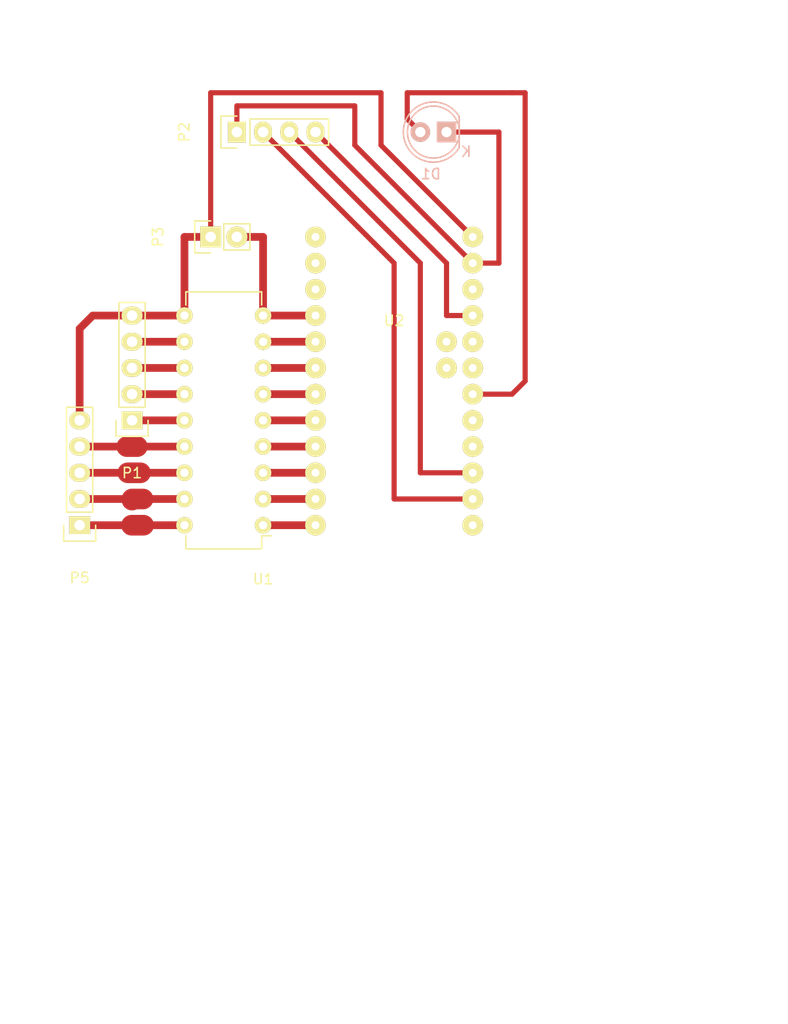
<source format=kicad_pcb>
(kicad_pcb (version 4) (host pcbnew 4.0.2+dfsg1-stable)

  (general
    (links 28)
    (no_connects 0)
    (area 0 0 0 0)
    (thickness 1.6)
    (drawings 10)
    (tracks 65)
    (zones 0)
    (modules 7)
    (nets 35)
  )

  (page A4)
  (layers
    (0 F.Cu signal)
    (31 B.Cu signal)
    (32 B.Adhes user)
    (33 F.Adhes user)
    (34 B.Paste user)
    (35 F.Paste user)
    (36 B.SilkS user)
    (37 F.SilkS user)
    (38 B.Mask user)
    (39 F.Mask user)
    (40 Dwgs.User user)
    (41 Cmts.User user)
    (42 Eco1.User user)
    (43 Eco2.User user)
    (44 Edge.Cuts user)
    (45 Margin user)
    (46 B.CrtYd user)
    (47 F.CrtYd user)
    (48 B.Fab user)
    (49 F.Fab user)
  )

  (setup
    (last_trace_width 0.5)
    (user_trace_width 0.5)
    (user_trace_width 2)
    (trace_clearance 0.2)
    (zone_clearance 0.508)
    (zone_45_only no)
    (trace_min 0.1)
    (segment_width 0.2)
    (edge_width 0.15)
    (via_size 0.6)
    (via_drill 0.4)
    (via_min_size 0.4)
    (via_min_drill 0.3)
    (uvia_size 0.3)
    (uvia_drill 0.1)
    (uvias_allowed no)
    (uvia_min_size 0.2)
    (uvia_min_drill 0.1)
    (pcb_text_width 0.3)
    (pcb_text_size 1.5 1.5)
    (mod_edge_width 0.15)
    (mod_text_size 1 1)
    (mod_text_width 0.15)
    (pad_size 1.524 1.524)
    (pad_drill 0.762)
    (pad_to_mask_clearance 0.2)
    (aux_axis_origin 0 0)
    (visible_elements FFFFFF7F)
    (pcbplotparams
      (layerselection 0x00000_00000001)
      (usegerberextensions false)
      (excludeedgelayer true)
      (linewidth 0.100000)
      (plotframeref false)
      (viasonmask false)
      (mode 1)
      (useauxorigin false)
      (hpglpennumber 1)
      (hpglpenspeed 20)
      (hpglpendiameter 15)
      (hpglpenoverlay 2)
      (psnegative false)
      (psa4output false)
      (plotreference true)
      (plotvalue true)
      (plotinvisibletext false)
      (padsonsilk false)
      (subtractmaskfromsilk false)
      (outputformat 1)
      (mirror false)
      (drillshape 0)
      (scaleselection 1)
      (outputdirectory ""))
  )

  (net 0 "")
  (net 1 "Net-(P1-Pad1)")
  (net 2 "Net-(P1-Pad2)")
  (net 3 "Net-(P1-Pad3)")
  (net 4 "Net-(P1-Pad4)")
  (net 5 "Net-(P3-Pad2)")
  (net 6 "Net-(U1-Pad1)")
  (net 7 "Net-(U1-Pad2)")
  (net 8 "Net-(U1-Pad3)")
  (net 9 "Net-(U1-Pad4)")
  (net 10 "Net-(U1-Pad5)")
  (net 11 "Net-(U1-Pad6)")
  (net 12 "Net-(U1-Pad7)")
  (net 13 "Net-(U1-Pad8)")
  (net 14 "Net-(U2-Pad33)")
  (net 15 "Net-(U2-Pad9)")
  (net 16 "Net-(P2-Pad2)")
  (net 17 "Net-(P2-Pad3)")
  (net 18 "Net-(P2-Pad4)")
  (net 19 "Net-(P5-Pad4)")
  (net 20 "Net-(P5-Pad3)")
  (net 21 "Net-(P5-Pad2)")
  (net 22 "Net-(P5-Pad1)")
  (net 23 "Net-(P1-Pad5)")
  (net 24 "Net-(U2-Pad11)")
  (net 25 "Net-(U2-Pad15)")
  (net 26 "Net-(U2-Pad18)")
  (net 27 "Net-(U2-Pad22)")
  (net 28 "Net-(U2-Pad23)")
  (net 29 "Net-(U2-Pad34)")
  (net 30 "Net-(U2-Pad35)")
  (net 31 "Net-(U2-Pad12)")
  (net 32 "Net-(U2-Pad14)")
  (net 33 "Net-(D1-Pad1)")
  (net 34 "Net-(D1-Pad2)")

  (net_class Default "This is the default net class."
    (clearance 0.2)
    (trace_width 0.75)
    (via_dia 0.6)
    (via_drill 0.4)
    (uvia_dia 0.3)
    (uvia_drill 0.1)
    (add_net "Net-(D1-Pad1)")
    (add_net "Net-(D1-Pad2)")
    (add_net "Net-(P1-Pad1)")
    (add_net "Net-(P1-Pad2)")
    (add_net "Net-(P1-Pad3)")
    (add_net "Net-(P1-Pad4)")
    (add_net "Net-(P1-Pad5)")
    (add_net "Net-(P2-Pad2)")
    (add_net "Net-(P2-Pad3)")
    (add_net "Net-(P2-Pad4)")
    (add_net "Net-(P3-Pad2)")
    (add_net "Net-(P5-Pad1)")
    (add_net "Net-(P5-Pad2)")
    (add_net "Net-(P5-Pad3)")
    (add_net "Net-(P5-Pad4)")
    (add_net "Net-(U1-Pad1)")
    (add_net "Net-(U1-Pad2)")
    (add_net "Net-(U1-Pad3)")
    (add_net "Net-(U1-Pad4)")
    (add_net "Net-(U1-Pad5)")
    (add_net "Net-(U1-Pad6)")
    (add_net "Net-(U1-Pad7)")
    (add_net "Net-(U1-Pad8)")
    (add_net "Net-(U2-Pad11)")
    (add_net "Net-(U2-Pad12)")
    (add_net "Net-(U2-Pad14)")
    (add_net "Net-(U2-Pad15)")
    (add_net "Net-(U2-Pad18)")
    (add_net "Net-(U2-Pad22)")
    (add_net "Net-(U2-Pad23)")
    (add_net "Net-(U2-Pad33)")
    (add_net "Net-(U2-Pad34)")
    (add_net "Net-(U2-Pad35)")
    (add_net "Net-(U2-Pad9)")
  )

  (module Pin_Headers:Pin_Header_Straight_1x05 (layer F.Cu) (tedit 54EA0684) (tstamp 573AD41E)
    (at 119.38 78.74 180)
    (descr "Through hole pin header")
    (tags "pin header")
    (path /572B3424)
    (fp_text reference P1 (at 0 -5.1 180) (layer F.SilkS)
      (effects (font (size 1 1) (thickness 0.15)))
    )
    (fp_text value CONN_01X05 (at 0 -3.1 180) (layer F.Fab)
      (effects (font (size 1 1) (thickness 0.15)))
    )
    (fp_line (start -1.55 0) (end -1.55 -1.55) (layer F.SilkS) (width 0.15))
    (fp_line (start -1.55 -1.55) (end 1.55 -1.55) (layer F.SilkS) (width 0.15))
    (fp_line (start 1.55 -1.55) (end 1.55 0) (layer F.SilkS) (width 0.15))
    (fp_line (start -1.75 -1.75) (end -1.75 11.95) (layer F.CrtYd) (width 0.05))
    (fp_line (start 1.75 -1.75) (end 1.75 11.95) (layer F.CrtYd) (width 0.05))
    (fp_line (start -1.75 -1.75) (end 1.75 -1.75) (layer F.CrtYd) (width 0.05))
    (fp_line (start -1.75 11.95) (end 1.75 11.95) (layer F.CrtYd) (width 0.05))
    (fp_line (start 1.27 1.27) (end 1.27 11.43) (layer F.SilkS) (width 0.15))
    (fp_line (start 1.27 11.43) (end -1.27 11.43) (layer F.SilkS) (width 0.15))
    (fp_line (start -1.27 11.43) (end -1.27 1.27) (layer F.SilkS) (width 0.15))
    (fp_line (start 1.27 1.27) (end -1.27 1.27) (layer F.SilkS) (width 0.15))
    (pad 1 thru_hole rect (at 0 0 180) (size 2.032 1.7272) (drill 1.016) (layers *.Cu *.Mask F.SilkS)
      (net 1 "Net-(P1-Pad1)"))
    (pad 2 thru_hole oval (at 0 2.54 180) (size 2.032 1.7272) (drill 1.016) (layers *.Cu *.Mask F.SilkS)
      (net 2 "Net-(P1-Pad2)"))
    (pad 3 thru_hole oval (at 0 5.08 180) (size 2.032 1.7272) (drill 1.016) (layers *.Cu *.Mask F.SilkS)
      (net 3 "Net-(P1-Pad3)"))
    (pad 4 thru_hole oval (at 0 7.62 180) (size 2.032 1.7272) (drill 1.016) (layers *.Cu *.Mask F.SilkS)
      (net 4 "Net-(P1-Pad4)"))
    (pad 5 thru_hole oval (at 0 10.16 180) (size 2.032 1.7272) (drill 1.016) (layers *.Cu *.Mask F.SilkS)
      (net 23 "Net-(P1-Pad5)"))
    (model Pin_Headers.3dshapes/Pin_Header_Straight_1x05.wrl
      (at (xyz 0 -0.2 0))
      (scale (xyz 1 1 1))
      (rotate (xyz 0 0 90))
    )
  )

  (module Pin_Headers:Pin_Header_Straight_1x04 (layer F.Cu) (tedit 0) (tstamp 573AD426)
    (at 129.54 50.8 90)
    (descr "Through hole pin header")
    (tags "pin header")
    (path /57121D04)
    (fp_text reference P2 (at 0 -5.1 90) (layer F.SilkS)
      (effects (font (size 1 1) (thickness 0.15)))
    )
    (fp_text value CONN_01X04 (at 0 -3.1 90) (layer F.Fab)
      (effects (font (size 1 1) (thickness 0.15)))
    )
    (fp_line (start -1.75 -1.75) (end -1.75 9.4) (layer F.CrtYd) (width 0.05))
    (fp_line (start 1.75 -1.75) (end 1.75 9.4) (layer F.CrtYd) (width 0.05))
    (fp_line (start -1.75 -1.75) (end 1.75 -1.75) (layer F.CrtYd) (width 0.05))
    (fp_line (start -1.75 9.4) (end 1.75 9.4) (layer F.CrtYd) (width 0.05))
    (fp_line (start -1.27 1.27) (end -1.27 8.89) (layer F.SilkS) (width 0.15))
    (fp_line (start 1.27 1.27) (end 1.27 8.89) (layer F.SilkS) (width 0.15))
    (fp_line (start 1.55 -1.55) (end 1.55 0) (layer F.SilkS) (width 0.15))
    (fp_line (start -1.27 8.89) (end 1.27 8.89) (layer F.SilkS) (width 0.15))
    (fp_line (start 1.27 1.27) (end -1.27 1.27) (layer F.SilkS) (width 0.15))
    (fp_line (start -1.55 0) (end -1.55 -1.55) (layer F.SilkS) (width 0.15))
    (fp_line (start -1.55 -1.55) (end 1.55 -1.55) (layer F.SilkS) (width 0.15))
    (pad 1 thru_hole rect (at 0 0 90) (size 2.032 1.7272) (drill 1.016) (layers *.Cu *.Mask F.SilkS)
      (net 33 "Net-(D1-Pad1)"))
    (pad 2 thru_hole oval (at 0 2.54 90) (size 2.032 1.7272) (drill 1.016) (layers *.Cu *.Mask F.SilkS)
      (net 16 "Net-(P2-Pad2)"))
    (pad 3 thru_hole oval (at 0 5.08 90) (size 2.032 1.7272) (drill 1.016) (layers *.Cu *.Mask F.SilkS)
      (net 17 "Net-(P2-Pad3)"))
    (pad 4 thru_hole oval (at 0 7.62 90) (size 2.032 1.7272) (drill 1.016) (layers *.Cu *.Mask F.SilkS)
      (net 18 "Net-(P2-Pad4)"))
    (model Pin_Headers.3dshapes/Pin_Header_Straight_1x04.wrl
      (at (xyz 0 -0.15 0))
      (scale (xyz 1 1 1))
      (rotate (xyz 0 0 90))
    )
  )

  (module Pin_Headers:Pin_Header_Straight_1x05 (layer F.Cu) (tedit 54EA0684) (tstamp 573AD439)
    (at 114.3 88.9 180)
    (descr "Through hole pin header")
    (tags "pin header")
    (path /572B3498)
    (fp_text reference P5 (at 0 -5.1 180) (layer F.SilkS)
      (effects (font (size 1 1) (thickness 0.15)))
    )
    (fp_text value CONN_01X05 (at 0 -3.1 180) (layer F.Fab)
      (effects (font (size 1 1) (thickness 0.15)))
    )
    (fp_line (start -1.55 0) (end -1.55 -1.55) (layer F.SilkS) (width 0.15))
    (fp_line (start -1.55 -1.55) (end 1.55 -1.55) (layer F.SilkS) (width 0.15))
    (fp_line (start 1.55 -1.55) (end 1.55 0) (layer F.SilkS) (width 0.15))
    (fp_line (start -1.75 -1.75) (end -1.75 11.95) (layer F.CrtYd) (width 0.05))
    (fp_line (start 1.75 -1.75) (end 1.75 11.95) (layer F.CrtYd) (width 0.05))
    (fp_line (start -1.75 -1.75) (end 1.75 -1.75) (layer F.CrtYd) (width 0.05))
    (fp_line (start -1.75 11.95) (end 1.75 11.95) (layer F.CrtYd) (width 0.05))
    (fp_line (start 1.27 1.27) (end 1.27 11.43) (layer F.SilkS) (width 0.15))
    (fp_line (start 1.27 11.43) (end -1.27 11.43) (layer F.SilkS) (width 0.15))
    (fp_line (start -1.27 11.43) (end -1.27 1.27) (layer F.SilkS) (width 0.15))
    (fp_line (start 1.27 1.27) (end -1.27 1.27) (layer F.SilkS) (width 0.15))
    (pad 1 thru_hole rect (at 0 0 180) (size 2.032 1.7272) (drill 1.016) (layers *.Cu *.Mask F.SilkS)
      (net 22 "Net-(P5-Pad1)"))
    (pad 2 thru_hole oval (at 0 2.54 180) (size 2.032 1.7272) (drill 1.016) (layers *.Cu *.Mask F.SilkS)
      (net 21 "Net-(P5-Pad2)"))
    (pad 3 thru_hole oval (at 0 5.08 180) (size 2.032 1.7272) (drill 1.016) (layers *.Cu *.Mask F.SilkS)
      (net 20 "Net-(P5-Pad3)"))
    (pad 4 thru_hole oval (at 0 7.62 180) (size 2.032 1.7272) (drill 1.016) (layers *.Cu *.Mask F.SilkS)
      (net 19 "Net-(P5-Pad4)"))
    (pad 5 thru_hole oval (at 0 10.16 180) (size 2.032 1.7272) (drill 1.016) (layers *.Cu *.Mask F.SilkS)
      (net 23 "Net-(P1-Pad5)"))
    (model Pin_Headers.3dshapes/Pin_Header_Straight_1x05.wrl
      (at (xyz 0 -0.2 0))
      (scale (xyz 1 1 1))
      (rotate (xyz 0 0 90))
    )
  )

  (module Housings_DIP:DIP-18_W7.62mm (layer F.Cu) (tedit 54130A77) (tstamp 573AD44F)
    (at 132.08 88.9 180)
    (descr "18-lead dip package, row spacing 7.62 mm (300 mils)")
    (tags "dil dip 2.54 300")
    (path /56F1AA0E)
    (fp_text reference U1 (at 0 -5.22 180) (layer F.SilkS)
      (effects (font (size 1 1) (thickness 0.15)))
    )
    (fp_text value uln2803A (at 0 -3.72 180) (layer F.Fab)
      (effects (font (size 1 1) (thickness 0.15)))
    )
    (fp_line (start -1.05 -2.45) (end -1.05 22.8) (layer F.CrtYd) (width 0.05))
    (fp_line (start 8.65 -2.45) (end 8.65 22.8) (layer F.CrtYd) (width 0.05))
    (fp_line (start -1.05 -2.45) (end 8.65 -2.45) (layer F.CrtYd) (width 0.05))
    (fp_line (start -1.05 22.8) (end 8.65 22.8) (layer F.CrtYd) (width 0.05))
    (fp_line (start 0.135 -2.295) (end 0.135 -1.025) (layer F.SilkS) (width 0.15))
    (fp_line (start 7.485 -2.295) (end 7.485 -1.025) (layer F.SilkS) (width 0.15))
    (fp_line (start 7.485 22.615) (end 7.485 21.345) (layer F.SilkS) (width 0.15))
    (fp_line (start 0.135 22.615) (end 0.135 21.345) (layer F.SilkS) (width 0.15))
    (fp_line (start 0.135 -2.295) (end 7.485 -2.295) (layer F.SilkS) (width 0.15))
    (fp_line (start 0.135 22.615) (end 7.485 22.615) (layer F.SilkS) (width 0.15))
    (fp_line (start 0.135 -1.025) (end -0.8 -1.025) (layer F.SilkS) (width 0.15))
    (pad 1 thru_hole oval (at 0 0 180) (size 1.6 1.6) (drill 0.8) (layers *.Cu *.Mask F.SilkS)
      (net 6 "Net-(U1-Pad1)"))
    (pad 2 thru_hole oval (at 0 2.54 180) (size 1.6 1.6) (drill 0.8) (layers *.Cu *.Mask F.SilkS)
      (net 7 "Net-(U1-Pad2)"))
    (pad 3 thru_hole oval (at 0 5.08 180) (size 1.6 1.6) (drill 0.8) (layers *.Cu *.Mask F.SilkS)
      (net 8 "Net-(U1-Pad3)"))
    (pad 4 thru_hole oval (at 0 7.62 180) (size 1.6 1.6) (drill 0.8) (layers *.Cu *.Mask F.SilkS)
      (net 9 "Net-(U1-Pad4)"))
    (pad 5 thru_hole oval (at 0 10.16 180) (size 1.6 1.6) (drill 0.8) (layers *.Cu *.Mask F.SilkS)
      (net 10 "Net-(U1-Pad5)"))
    (pad 6 thru_hole oval (at 0 12.7 180) (size 1.6 1.6) (drill 0.8) (layers *.Cu *.Mask F.SilkS)
      (net 11 "Net-(U1-Pad6)"))
    (pad 7 thru_hole oval (at 0 15.24 180) (size 1.6 1.6) (drill 0.8) (layers *.Cu *.Mask F.SilkS)
      (net 12 "Net-(U1-Pad7)"))
    (pad 8 thru_hole oval (at 0 17.78 180) (size 1.6 1.6) (drill 0.8) (layers *.Cu *.Mask F.SilkS)
      (net 13 "Net-(U1-Pad8)"))
    (pad 9 thru_hole oval (at 0 20.32 180) (size 1.6 1.6) (drill 0.8) (layers *.Cu *.Mask F.SilkS)
      (net 5 "Net-(P3-Pad2)"))
    (pad 10 thru_hole oval (at 7.62 20.32 180) (size 1.6 1.6) (drill 0.8) (layers *.Cu *.Mask F.SilkS)
      (net 23 "Net-(P1-Pad5)"))
    (pad 11 thru_hole oval (at 7.62 17.78 180) (size 1.6 1.6) (drill 0.8) (layers *.Cu *.Mask F.SilkS)
      (net 4 "Net-(P1-Pad4)"))
    (pad 12 thru_hole oval (at 7.62 15.24 180) (size 1.6 1.6) (drill 0.8) (layers *.Cu *.Mask F.SilkS)
      (net 3 "Net-(P1-Pad3)"))
    (pad 13 thru_hole oval (at 7.62 12.7 180) (size 1.6 1.6) (drill 0.8) (layers *.Cu *.Mask F.SilkS)
      (net 2 "Net-(P1-Pad2)"))
    (pad 14 thru_hole oval (at 7.62 10.16 180) (size 1.6 1.6) (drill 0.8) (layers *.Cu *.Mask F.SilkS)
      (net 1 "Net-(P1-Pad1)"))
    (pad 15 thru_hole oval (at 7.62 7.62 180) (size 1.6 1.6) (drill 0.8) (layers *.Cu *.Mask F.SilkS)
      (net 19 "Net-(P5-Pad4)"))
    (pad 16 thru_hole oval (at 7.62 5.08 180) (size 1.6 1.6) (drill 0.8) (layers *.Cu *.Mask F.SilkS)
      (net 20 "Net-(P5-Pad3)"))
    (pad 17 thru_hole oval (at 7.62 2.54 180) (size 1.6 1.6) (drill 0.8) (layers *.Cu *.Mask F.SilkS)
      (net 21 "Net-(P5-Pad2)"))
    (pad 18 thru_hole oval (at 7.62 0 180) (size 1.6 1.6) (drill 0.8) (layers *.Cu *.Mask F.SilkS)
      (net 22 "Net-(P5-Pad1)"))
    (model Housings_DIP.3dshapes/DIP-18_W7.62mm.wrl
      (at (xyz 0 0 0))
      (scale (xyz 1 1 1))
      (rotate (xyz 0 0 0))
    )
  )

  (module bugs:arduino_mini_pro (layer F.Cu) (tedit 573AC46D) (tstamp 573AD46D)
    (at 144.78 68.58)
    (path /56F1A6A1)
    (fp_text reference U2 (at 0 0.5) (layer F.SilkS)
      (effects (font (size 1 1) (thickness 0.15)))
    )
    (fp_text value Arduino_Mini (at 0 -0.5) (layer F.Fab)
      (effects (font (size 1 1) (thickness 0.15)))
    )
    (pad 7 thru_hole circle (at 7.62 -7.62) (size 2 2) (drill 0.762) (layers *.Cu *.Mask F.SilkS)
      (net 23 "Net-(P1-Pad5)"))
    (pad 8 thru_hole circle (at 7.62 -5.08) (size 2 2) (drill 0.762) (layers *.Cu *.Mask F.SilkS)
      (net 33 "Net-(D1-Pad1)"))
    (pad 9 thru_hole circle (at 7.62 -2.54) (size 2 2) (drill 0.762) (layers *.Cu *.Mask F.SilkS)
      (net 15 "Net-(U2-Pad9)"))
    (pad 10 thru_hole circle (at 7.62 0) (size 2 2) (drill 0.762) (layers *.Cu *.Mask F.SilkS)
      (net 18 "Net-(P2-Pad4)"))
    (pad 11 thru_hole circle (at 7.62 2.54) (size 2 2) (drill 0.762) (layers *.Cu *.Mask F.SilkS)
      (net 24 "Net-(U2-Pad11)"))
    (pad 15 thru_hole circle (at 7.62 12.7) (size 2 2) (drill 0.762) (layers *.Cu *.Mask F.SilkS)
      (net 25 "Net-(U2-Pad15)"))
    (pad 16 thru_hole circle (at 7.62 15.24) (size 2 2) (drill 0.762) (layers *.Cu *.Mask F.SilkS)
      (net 17 "Net-(P2-Pad3)"))
    (pad 17 thru_hole circle (at 7.62 17.78) (size 2 2) (drill 0.762) (layers *.Cu *.Mask F.SilkS)
      (net 16 "Net-(P2-Pad2)"))
    (pad 18 thru_hole circle (at 7.62 20.32) (size 2 2) (drill 0.762) (layers *.Cu *.Mask F.SilkS)
      (net 26 "Net-(U2-Pad18)"))
    (pad 22 thru_hole circle (at 5.08 2.54) (size 2 2) (drill 0.762) (layers *.Cu *.Mask F.SilkS)
      (net 27 "Net-(U2-Pad22)"))
    (pad 23 thru_hole circle (at 5.08 5.08) (size 2 2) (drill 0.762) (layers *.Cu *.Mask F.SilkS)
      (net 28 "Net-(U2-Pad23)"))
    (pad 27 thru_hole circle (at -7.62 12.7) (size 2 2) (drill 0.762) (layers *.Cu *.Mask F.SilkS)
      (net 9 "Net-(U1-Pad4)"))
    (pad 28 thru_hole circle (at -7.62 10.16) (size 2 2) (drill 0.762) (layers *.Cu *.Mask F.SilkS)
      (net 10 "Net-(U1-Pad5)"))
    (pad 29 thru_hole circle (at -7.62 7.62) (size 2 2) (drill 0.762) (layers *.Cu *.Mask F.SilkS)
      (net 11 "Net-(U1-Pad6)"))
    (pad 30 thru_hole circle (at -7.62 5.08) (size 2 2) (drill 0.762) (layers *.Cu *.Mask F.SilkS)
      (net 12 "Net-(U1-Pad7)"))
    (pad 31 thru_hole circle (at -7.62 2.54) (size 2 2) (drill 0.762) (layers *.Cu *.Mask F.SilkS)
      (net 13 "Net-(U1-Pad8)"))
    (pad 32 thru_hole circle (at -7.62 0) (size 2 2) (drill 0.762) (layers *.Cu *.Mask F.SilkS)
      (net 5 "Net-(P3-Pad2)"))
    (pad 33 thru_hole circle (at -7.62 -2.54) (size 2 2) (drill 0.762) (layers *.Cu *.Mask F.SilkS)
      (net 14 "Net-(U2-Pad33)"))
    (pad 34 thru_hole circle (at -7.62 -5.08) (size 2 2) (drill 0.762) (layers *.Cu *.Mask F.SilkS)
      (net 29 "Net-(U2-Pad34)"))
    (pad 35 thru_hole circle (at -7.62 -7.62) (size 2 2) (drill 0.762) (layers *.Cu *.Mask F.SilkS)
      (net 30 "Net-(U2-Pad35)"))
    (pad 26 thru_hole circle (at -7.62 15.24) (size 2 2) (drill 0.762) (layers *.Cu *.Mask F.SilkS)
      (net 8 "Net-(U1-Pad3)"))
    (pad 25 thru_hole circle (at -7.62 17.78) (size 2 2) (drill 0.762) (layers *.Cu *.Mask F.SilkS)
      (net 7 "Net-(U1-Pad2)"))
    (pad 24 thru_hole circle (at -7.62 20.32) (size 2 2) (drill 0.762) (layers *.Cu *.Mask F.SilkS)
      (net 6 "Net-(U1-Pad1)"))
    (pad 12 thru_hole circle (at 7.62 5.08) (size 2 2) (drill 0.762) (layers *.Cu *.Mask F.SilkS)
      (net 31 "Net-(U2-Pad12)"))
    (pad 13 thru_hole circle (at 7.62 7.62) (size 2 2) (drill 0.762) (layers *.Cu *.Mask F.SilkS)
      (net 34 "Net-(D1-Pad2)"))
    (pad 14 thru_hole circle (at 7.62 10.16) (size 2 2) (drill 0.762) (layers *.Cu *.Mask F.SilkS)
      (net 32 "Net-(U2-Pad14)"))
  )

  (module Pin_Headers:Pin_Header_Straight_1x02 (layer F.Cu) (tedit 54EA090C) (tstamp 5894C470)
    (at 127 60.96 90)
    (descr "Through hole pin header")
    (tags "pin header")
    (path /5894C6F3)
    (fp_text reference P3 (at 0 -5.1 90) (layer F.SilkS)
      (effects (font (size 1 1) (thickness 0.15)))
    )
    (fp_text value CONN_01X02 (at 0 -3.1 90) (layer F.Fab)
      (effects (font (size 1 1) (thickness 0.15)))
    )
    (fp_line (start 1.27 1.27) (end 1.27 3.81) (layer F.SilkS) (width 0.15))
    (fp_line (start 1.55 -1.55) (end 1.55 0) (layer F.SilkS) (width 0.15))
    (fp_line (start -1.75 -1.75) (end -1.75 4.3) (layer F.CrtYd) (width 0.05))
    (fp_line (start 1.75 -1.75) (end 1.75 4.3) (layer F.CrtYd) (width 0.05))
    (fp_line (start -1.75 -1.75) (end 1.75 -1.75) (layer F.CrtYd) (width 0.05))
    (fp_line (start -1.75 4.3) (end 1.75 4.3) (layer F.CrtYd) (width 0.05))
    (fp_line (start 1.27 1.27) (end -1.27 1.27) (layer F.SilkS) (width 0.15))
    (fp_line (start -1.55 0) (end -1.55 -1.55) (layer F.SilkS) (width 0.15))
    (fp_line (start -1.55 -1.55) (end 1.55 -1.55) (layer F.SilkS) (width 0.15))
    (fp_line (start -1.27 1.27) (end -1.27 3.81) (layer F.SilkS) (width 0.15))
    (fp_line (start -1.27 3.81) (end 1.27 3.81) (layer F.SilkS) (width 0.15))
    (pad 1 thru_hole rect (at 0 0 90) (size 2.032 2.032) (drill 1.016) (layers *.Cu *.Mask F.SilkS)
      (net 23 "Net-(P1-Pad5)"))
    (pad 2 thru_hole oval (at 0 2.54 90) (size 2.032 2.032) (drill 1.016) (layers *.Cu *.Mask F.SilkS)
      (net 5 "Net-(P3-Pad2)"))
    (model Pin_Headers.3dshapes/Pin_Header_Straight_1x02.wrl
      (at (xyz 0 -0.05 0))
      (scale (xyz 1 1 1))
      (rotate (xyz 0 0 90))
    )
  )

  (module LEDs:LED-5MM (layer B.Cu) (tedit 5570F7EA) (tstamp 5894C86F)
    (at 149.86 50.8 180)
    (descr "LED 5mm round vertical")
    (tags "LED 5mm round vertical")
    (path /5894CBA6)
    (fp_text reference D1 (at 1.524 -4.064 180) (layer B.SilkS)
      (effects (font (size 1 1) (thickness 0.15)) (justify mirror))
    )
    (fp_text value LED (at 1.524 3.937 180) (layer B.Fab)
      (effects (font (size 1 1) (thickness 0.15)) (justify mirror))
    )
    (fp_line (start -1.5 1.55) (end -1.5 -1.55) (layer B.CrtYd) (width 0.05))
    (fp_arc (start 1.3 0) (end -1.5 -1.55) (angle 302) (layer B.CrtYd) (width 0.05))
    (fp_arc (start 1.27 0) (end -1.23 1.5) (angle -297.5) (layer B.SilkS) (width 0.15))
    (fp_line (start -1.23 -1.5) (end -1.23 1.5) (layer B.SilkS) (width 0.15))
    (fp_circle (center 1.27 0) (end 0.97 2.5) (layer B.SilkS) (width 0.15))
    (fp_text user K (at -1.905 -1.905 180) (layer B.SilkS)
      (effects (font (size 1 1) (thickness 0.15)) (justify mirror))
    )
    (pad 1 thru_hole rect (at 0 0 90) (size 2 1.9) (drill 1.00076) (layers *.Cu *.Mask B.SilkS)
      (net 33 "Net-(D1-Pad1)"))
    (pad 2 thru_hole circle (at 2.54 0 180) (size 1.9 1.9) (drill 1.00076) (layers *.Cu *.Mask B.SilkS)
      (net 34 "Net-(D1-Pad2)"))
    (model LEDs.3dshapes/LED-5MM.wrl
      (at (xyz 0.05 0 0))
      (scale (xyz 1 1 1))
      (rotate (xyz 0 0 90))
    )
  )

  (gr_line (start 106.68 96.52) (end 106.68 93.98) (angle 90) (layer Eco1.User) (width 0.2))
  (gr_line (start 182.88 38.1) (end 182.88 137.16) (angle 90) (layer Eco1.User) (width 0.2))
  (gr_line (start 106.68 137.16) (end 106.68 96.52) (angle 90) (layer Eco1.User) (width 0.2))
  (gr_line (start 106.68 137.16) (end 182.88 137.16) (angle 90) (layer Eco1.User) (width 0.2))
  (gr_line (start 106.68 38.1) (end 115.57 38.1) (angle 90) (layer Eco1.User) (width 0.2))
  (gr_line (start 106.68 43.18) (end 106.68 38.1) (angle 90) (layer Eco1.User) (width 0.2))
  (gr_line (start 158.75 38.1) (end 182.88 38.1) (angle 90) (layer Eco1.User) (width 0.2))
  (gr_line (start 115.57 38.1) (end 158.75 38.1) (angle 90) (layer Eco1.User) (width 0.2))
  (gr_line (start 106.68 67.31) (end 106.68 43.18) (angle 90) (layer Eco1.User) (width 0.2))
  (gr_line (start 106.68 95.25) (end 106.68 67.31) (angle 90) (layer Eco1.User) (width 0.2))

  (segment (start 124.46 78.74) (end 119.38 78.74) (width 0.75) (layer F.Cu) (net 1))
  (segment (start 119.38 76.2) (end 124.46 76.2) (width 0.75) (layer F.Cu) (net 2))
  (segment (start 124.46 73.66) (end 119.38 73.66) (width 0.75) (layer F.Cu) (net 3))
  (segment (start 124.46 71.12) (end 119.38 71.12) (width 0.75) (layer F.Cu) (net 4))
  (segment (start 129.54 60.96) (end 132.08 60.96) (width 0.75) (layer F.Cu) (net 5))
  (segment (start 132.08 60.96) (end 132.08 68.58) (width 0.75) (layer F.Cu) (net 5) (tstamp 5894C49F))
  (segment (start 137.16 68.58) (end 132.08 68.58) (width 0.75) (layer F.Cu) (net 5))
  (segment (start 132.08 88.9) (end 137.16 88.9) (width 0.75) (layer F.Cu) (net 6))
  (segment (start 137.16 86.36) (end 132.08 86.36) (width 0.75) (layer F.Cu) (net 7))
  (segment (start 132.08 83.82) (end 137.16 83.82) (width 0.75) (layer F.Cu) (net 8))
  (segment (start 137.16 81.28) (end 132.08 81.28) (width 0.75) (layer F.Cu) (net 9))
  (segment (start 132.08 78.74) (end 137.16 78.74) (width 0.75) (layer F.Cu) (net 10))
  (segment (start 137.16 76.2) (end 132.08 76.2) (width 0.75) (layer F.Cu) (net 11))
  (segment (start 137.16 73.66) (end 132.08 73.66) (width 0.75) (layer F.Cu) (net 12))
  (segment (start 132.08 71.12) (end 137.16 71.12) (width 0.75) (layer F.Cu) (net 13))
  (segment (start 132.08 50.8) (end 144.78 63.5) (width 0.5) (layer F.Cu) (net 16))
  (segment (start 144.78 86.36) (end 152.4 86.36) (width 0.5) (layer F.Cu) (net 16) (tstamp 5894C7B6))
  (segment (start 144.78 63.5) (end 144.78 86.36) (width 0.5) (layer F.Cu) (net 16) (tstamp 5894C7B5))
  (segment (start 152.4 83.82) (end 147.32 83.82) (width 0.5) (layer F.Cu) (net 17))
  (segment (start 137.16 53.34) (end 134.62 50.8) (width 0.5) (layer F.Cu) (net 17) (tstamp 5894C7B2))
  (segment (start 147.32 63.5) (end 137.16 53.34) (width 0.5) (layer F.Cu) (net 17) (tstamp 5894C7B1))
  (segment (start 147.32 83.82) (end 147.32 63.5) (width 0.5) (layer F.Cu) (net 17) (tstamp 5894C7B0))
  (segment (start 149.86 63.5) (end 142.24 55.88) (width 0.5) (layer F.Cu) (net 18))
  (segment (start 142.24 55.88) (end 137.16 50.8) (width 0.5) (layer F.Cu) (net 18) (tstamp 5894C7C1))
  (segment (start 149.86 68.58) (end 152.4 68.58) (width 0.5) (layer F.Cu) (net 18) (tstamp 5894C7AB))
  (segment (start 149.86 63.5) (end 149.86 68.58) (width 0.5) (layer F.Cu) (net 18) (tstamp 5894C7BF))
  (segment (start 119.888 81.28) (end 118.872 81.28) (width 2) (layer F.Cu) (net 19))
  (segment (start 114.3 81.28) (end 118.872 81.28) (width 0.75) (layer F.Cu) (net 19))
  (segment (start 119.888 81.28) (end 124.46 81.28) (width 0.75) (layer F.Cu) (net 19) (tstamp 573AD83F))
  (segment (start 120.1928 83.82) (end 118.9736 83.82) (width 2) (layer F.Cu) (net 20))
  (segment (start 118.9736 83.82) (end 114.3 83.82) (width 0.75) (layer F.Cu) (net 20) (tstamp 573AD843))
  (segment (start 124.46 83.82) (end 120.1928 83.82) (width 0.75) (layer F.Cu) (net 20))
  (segment (start 120.4468 86.36) (end 119.4816 86.36) (width 2) (layer F.Cu) (net 21))
  (segment (start 119.38 86.4616) (end 119.38 86.36) (width 2) (layer F.Cu) (net 21) (tstamp 573AD858))
  (segment (start 119.4816 86.36) (end 119.38 86.4616) (width 2) (layer F.Cu) (net 21) (tstamp 573AD856))
  (segment (start 114.3 86.36) (end 119.38 86.36) (width 0.75) (layer F.Cu) (net 21))
  (segment (start 120.4468 86.36) (end 124.46 86.36) (width 0.75) (layer F.Cu) (net 21) (tstamp 573AD854))
  (segment (start 120.4976 88.9) (end 119.3292 88.9) (width 2) (layer F.Cu) (net 22))
  (segment (start 119.3292 88.9) (end 114.3 88.9) (width 0.75) (layer F.Cu) (net 22) (tstamp 573AD85F))
  (segment (start 124.46 88.9) (end 120.4976 88.9) (width 0.75) (layer F.Cu) (net 22))
  (segment (start 152.4 60.96) (end 143.51 52.07) (width 0.5) (layer F.Cu) (net 23))
  (segment (start 143.51 52.07) (end 143.51 46.99) (width 0.5) (layer F.Cu) (net 23) (tstamp 5894C891))
  (segment (start 127 46.99) (end 127 60.96) (width 0.5) (layer F.Cu) (net 23) (tstamp 5894C7CB))
  (segment (start 143.51 46.99) (end 127 46.99) (width 0.5) (layer F.Cu) (net 23) (tstamp 5894C895))
  (segment (start 114.3 78.74) (end 114.3 69.85) (width 0.75) (layer F.Cu) (net 23))
  (segment (start 114.3 69.85) (end 115.57 68.58) (width 0.75) (layer F.Cu) (net 23) (tstamp 573AD5ED))
  (segment (start 115.57 68.58) (end 119.38 68.58) (width 0.75) (layer F.Cu) (net 23) (tstamp 573AD5EE))
  (segment (start 127 60.96) (end 124.46 60.96) (width 0.75) (layer F.Cu) (net 23))
  (segment (start 124.46 60.96) (end 124.46 68.58) (width 0.75) (layer F.Cu) (net 23) (tstamp 5894C49C))
  (segment (start 124.46 68.58) (end 119.38 68.58) (width 0.75) (layer F.Cu) (net 23))
  (segment (start 149.86 50.8) (end 154.94 50.8) (width 0.5) (layer F.Cu) (net 33) (status 400000))
  (segment (start 154.94 63.5) (end 152.4 63.5) (width 0.5) (layer F.Cu) (net 33) (tstamp 5894C8B4) (status 800000))
  (segment (start 154.94 50.8) (end 154.94 63.5) (width 0.5) (layer F.Cu) (net 33) (tstamp 5894C8AB))
  (segment (start 149.86 60.96) (end 140.97 52.07) (width 0.5) (layer F.Cu) (net 33))
  (segment (start 140.97 52.07) (end 140.97 48.26) (width 0.5) (layer F.Cu) (net 33) (tstamp 5894C888))
  (segment (start 129.54 48.26) (end 140.97 48.26) (width 0.5) (layer F.Cu) (net 33) (tstamp 5894C7B9))
  (segment (start 129.54 50.8) (end 129.54 48.26) (width 0.5) (layer F.Cu) (net 33))
  (segment (start 149.86 60.96) (end 152.4 63.5) (width 0.5) (layer F.Cu) (net 33) (tstamp 5894C7C7))
  (segment (start 152.4 76.2) (end 156.21 76.2) (width 0.5) (layer F.Cu) (net 34) (status 400000))
  (segment (start 146.05 49.53) (end 147.32 50.8) (width 0.5) (layer F.Cu) (net 34) (tstamp 5894C8BE) (status 800000))
  (segment (start 146.05 46.99) (end 146.05 49.53) (width 0.5) (layer F.Cu) (net 34) (tstamp 5894C8BD))
  (segment (start 156.21 46.99) (end 146.05 46.99) (width 0.5) (layer F.Cu) (net 34) (tstamp 5894C8BC))
  (segment (start 157.48 46.99) (end 156.21 46.99) (width 0.5) (layer F.Cu) (net 34) (tstamp 5894C8BB))
  (segment (start 157.48 74.93) (end 157.48 46.99) (width 0.5) (layer F.Cu) (net 34) (tstamp 5894C8B9))
  (segment (start 156.21 76.2) (end 157.48 74.93) (width 0.5) (layer F.Cu) (net 34) (tstamp 5894C8B8))

)

</source>
